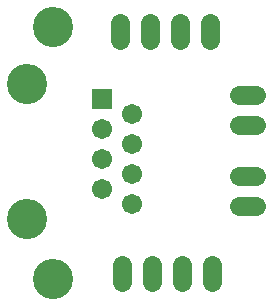
<source format=gts>
G75*
%MOIN*%
%OFA0B0*%
%FSLAX25Y25*%
%IPPOS*%
%LPD*%
%AMOC8*
5,1,8,0,0,1.08239X$1,22.5*
%
%ADD10C,0.13398*%
%ADD11C,0.06400*%
%ADD12C,0.06737*%
%ADD13R,0.06737X0.06737*%
D10*
X0043920Y0029209D03*
X0052660Y0009268D03*
X0043920Y0074209D03*
X0052660Y0093126D03*
D11*
X0075219Y0094430D02*
X0075219Y0088830D01*
X0085219Y0088830D02*
X0085219Y0094430D01*
X0095219Y0094430D02*
X0095219Y0088830D01*
X0105219Y0088830D02*
X0105219Y0094430D01*
X0114742Y0070528D02*
X0120342Y0070528D01*
X0120342Y0060528D02*
X0114742Y0060528D01*
X0114820Y0043402D02*
X0120420Y0043402D01*
X0120420Y0033402D02*
X0114820Y0033402D01*
X0105613Y0013643D02*
X0105613Y0008043D01*
X0095613Y0008043D02*
X0095613Y0013643D01*
X0085613Y0013643D02*
X0085613Y0008043D01*
X0075613Y0008043D02*
X0075613Y0013643D01*
D12*
X0078920Y0034209D03*
X0068920Y0039209D03*
X0078920Y0044209D03*
X0068920Y0049209D03*
X0078920Y0054209D03*
X0068920Y0059209D03*
X0078920Y0064209D03*
D13*
X0068920Y0069209D03*
M02*

</source>
